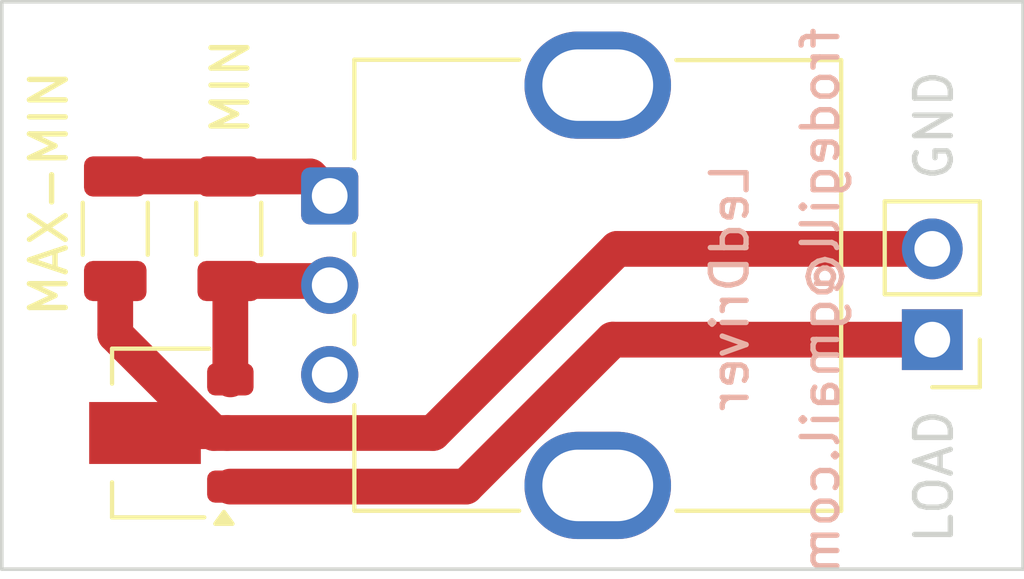
<source format=kicad_pcb>
(kicad_pcb (version 20240108) (generator "pcbnew") (generator_version "8.0")
  (layers (0 "F.Cu" signal) (31 "B.Cu" signal) (34 "B.Paste" user) (35 "F.Paste" user) (36 "B.SilkS" user "B.Silkscreen") (37 "F.SilkS" user "F.Silkscreen") (38 "B.Mask" user) (39 "F.Mask" user) (44 "Edge.Cuts" user))
  (net 0 "")
  (net 1 "Net-(J1-Pin_1)")
  (net 2 "Net-(R1-Pad2)")
  (net 3 "Net-(U1-S)")
  (net 5 "Net-(J1-Pin_2)")
  (footprint "Resistor_SMD:R_1206_3216Metric" (layer "F.Cu") (at 86.36 140.97 -90)
    (property "Reference" "R2" (hide yes))
    (property "Value" "MIN" (hide yes))
    (fp_line (start -0.727064 0.91) (end 0.727064 0.91) (stroke (width 0.12)) (layer "F.SilkS"))
    (fp_line (start -0.727064 -0.91) (end 0.727064 -0.91) (stroke (width 0.12)) (layer "F.SilkS"))
    (pad "1" smd roundrect (at -1.4625 0 270) (size 1.125 1.75) (layers "F.Cu" "F.Paste" "F.Mask") (roundrect_rratio 0.222222) (net 2 "Net-(R1-Pad2)"))
    (pad "2" smd roundrect (at 1.4625 0 270) (size 1.125 1.75) (layers "F.Cu" "F.Paste" "F.Mask") (roundrect_rratio 0.222222) (net 3 "Net-(U1-S)"))
  )
  (footprint "Connector_PinHeader_2.54mm:PinHeader_1x02_P2.54mm_Vertical" (layer "F.Cu") (at 106.045 144.0738 180)
    (property "Reference" "J1" (hide yes))
    (property "Value" "Conn_01x02_Pin" (hide yes))
    (fp_line (start 1.33 1.27) (end 1.33 3.87) (stroke (width 0.12)) (layer "F.SilkS"))
    (fp_line (start -1.33 3.87) (end 1.33 3.87) (stroke (width 0.12)) (layer "F.SilkS"))
    (fp_line (start -1.33 1.27) (end 1.33 1.27) (stroke (width 0.12)) (layer "F.SilkS"))
    (fp_line (start -1.33 1.27) (end -1.33 3.87) (stroke (width 0.12)) (layer "F.SilkS"))
    (fp_line (start -1.33 0) (end -1.33 -1.33) (stroke (width 0.12)) (layer "F.SilkS"))
    (fp_line (start -1.33 -1.33) (end 0 -1.33) (stroke (width 0.12)) (layer "F.SilkS"))
    (pad "1" thru_hole rect (at 0 0 180) (size 1.7 1.7) (drill 1) (layers "*.Cu" "*.Mask") (net 1 "Net-(J1-Pin_1)"))
    (pad "2" thru_hole oval (at 0 2.54 180) (size 1.7 1.7) (drill 1) (layers "*.Cu" "*.Mask") (net 5 "Net-(J1-Pin_2)"))
  )
  (footprint "Rotary_Encoder:RotaryEncoder_Bourns_Vertical_PEC12R-3x17F-Nxxxx" (layer "F.Cu") (at 89.185 140.052)
    (property "Reference" "SW1" (hide yes))
    (property "Value" "RotaryEncoder, 2K" (hide yes))
    (fp_line (start 0.69 -3.81) (end 5.3 -3.81) (stroke (width 0.12)) (layer "F.SilkS"))
    (fp_line (start 0.69 -1.05) (end 0.69 -3.81) (stroke (width 0.12)) (layer "F.SilkS"))
    (fp_line (start 0.69 1.05) (end 0.69 1.65) (stroke (width 0.12)) (layer "F.SilkS"))
    (fp_line (start 0.69 3.35) (end 0.69 4.15) (stroke (width 0.12)) (layer "F.SilkS"))
    (fp_line (start 0.69 5.85) (end 0.69 8.81) (stroke (width 0.12)) (layer "F.SilkS"))
    (fp_line (start 5.3 8.81) (end 0.69 8.81) (stroke (width 0.12)) (layer "F.SilkS"))
    (fp_line (start 9.7 -3.8) (end 14.31 -3.8) (stroke (width 0.12)) (layer "F.SilkS"))
    (fp_line (start 14.31 -3.8) (end 14.31 8.81) (stroke (width 0.12)) (layer "F.SilkS"))
    (fp_line (start 14.31 8.81) (end 9.7 8.81) (stroke (width 0.12)) (layer "F.SilkS"))
    (pad "A" thru_hole roundrect (at 0 0) (size 1.6 1.6) (drill 1) (layers "*.Cu" "*.Mask") (roundrect_rratio 0.15625) (net 2 "Net-(R1-Pad2)"))
    (pad "B" thru_hole circle (at 0 5) (size 1.6 1.6) (drill 1) (layers "*.Cu" "*.Mask"))
    (pad "C" thru_hole circle (at 0 2.5) (size 1.6 1.6) (drill 1) (layers "*.Cu" "*.Mask") (net 3 "Net-(U1-S)"))
    (pad "SH" thru_hole oval (at 7.5 -3.1) (size 4.1 3) (drill oval 3.1 2) (layers "*.Cu" "*.Mask"))
    (pad "SH" thru_hole oval (at 7.5 8.1) (size 4.1 3) (drill oval 3.1 2) (layers "*.Cu" "*.Mask"))
  )
  (footprint "Resistor_SMD:R_1206_3216Metric" (layer "F.Cu") (at 83.185 140.97 90)
    (property "Reference" "R1" (hide yes))
    (property "Value" "(MAX-MIN)" (hide yes))
    (fp_line (start -0.727064 -0.91) (end 0.727064 -0.91) (stroke (width 0.12)) (layer "F.SilkS"))
    (fp_line (start -0.727064 0.91) (end 0.727064 0.91) (stroke (width 0.12)) (layer "F.SilkS"))
    (pad "1" smd roundrect (at -1.4625 0 90) (size 1.125 1.75) (layers "F.Cu" "F.Paste" "F.Mask") (roundrect_rratio 0.222222) (net 5 "Net-(J1-Pin_2)"))
    (pad "2" smd roundrect (at 1.4625 0 90) (size 1.125 1.75) (layers "F.Cu" "F.Paste" "F.Mask") (roundrect_rratio 0.222222) (net 2 "Net-(R1-Pad2)"))
  )
  (footprint "Package_TO_SOT_SMD:SOT-89-3" (layer "F.Cu") (at 84.455 146.685 180)
    (property "Reference" "U1" (hide yes))
    (property "Value" "~" (hide yes))
    (fp_line (start 1.36 2.36) (end -1.36 2.36) (stroke (width 0.12)) (layer "F.SilkS"))
    (fp_line (start 1.36 1.38) (end 1.36 2.36) (stroke (width 0.12)) (layer "F.SilkS"))
    (fp_line (start 1.36 -1.38) (end 1.36 -2.36) (stroke (width 0.12)) (layer "F.SilkS"))
    (fp_line (start -1.22 -2.36) (end 1.36 -2.36) (stroke (width 0.12)) (layer "F.SilkS"))
    (fp_poly (pts (xy -1.77 -2.21) (xy -2.01 -2.54) (xy -1.53 -2.54) (xy -1.77 -2.21)) (stroke (width 0.12)) (fill solid) (layer "F.SilkS"))
    (pad "1" smd roundrect (at -1.95 -1.5 180) (size 1.3 0.9) (layers "F.Cu" "F.Paste" "F.Mask") (net 1 "Net-(J1-Pin_1)"))
    (pad "2" smd custom (at -1.8625 0 180) (size 1.475 0.9) (layers "F.Cu" "F.Paste" "F.Mask") (net 5 "Net-(J1-Pin_2)") (options (clearance outline) (anchor rect)) (primitives (gr_poly (pts (xy 3.8625 0.8665) (xy 0.7375 0.8665) (xy 0.7375 -0.8665) (xy 3.8625 -0.8665)) (width 0) (fill yes))))
    (pad "3" smd roundrect (at -1.95 1.5 180) (size 1.3 0.9) (layers "F.Cu" "F.Paste" "F.Mask") (net 3 "Net-(U1-S)"))
  )
  (gr_line (start 108.585 150.495) (end 108.585 134.62) (stroke (width 0.1)) (layer "Edge.Cuts"))
  (gr_line (start 80.01 134.62) (end 80.01 150.495) (stroke (width 0.1)) (layer "Edge.Cuts"))
  (gr_line (start 80.01 150.495) (end 108.585 150.495) (stroke (width 0.1)) (layer "Edge.Cuts"))
  (gr_line (start 108.585 134.62) (end 80.01 134.62) (stroke (width 0.1)) (layer "Edge.Cuts"))
  (gr_text "LedDriver" (at 100.965 139.065 90) (layer "B.SilkS") (effects (font (size 1 1)) (justify left bottom mirror)))
  (gr_text "frodegill@gmail.com" (at 103.505 135.255 90) (layer "B.SilkS") (effects (font (size 1 1)) (justify left bottom mirror)))
  (gr_text "MAX-MIN" (at 81.915 143.51 90) (layer "F.SilkS") (effects (font (size 1 1)) (justify left bottom)))
  (gr_text "MIN" (at 86.995 138.43 90) (layer "F.SilkS") (effects (font (size 1 1)) (justify left bottom)))
  (gr_text "GND" (at 106.68 139.7 90) (layer "Edge.Cuts") (effects (font (size 1 1)) (justify left bottom)))
  (gr_text "LOAD" (at 106.68 149.86 90) (layer "Edge.Cuts") (effects (font (size 1 1)) (justify left bottom)))
  (segment (start 97.10193 144.0738) (end 92.99073 148.185) (width 1) (layer "F.Cu") (net 1))
  (segment (start 106.045 144.0738) (end 97.10193 144.0738) (width 1) (layer "F.Cu") (net 1))
  (segment (start 92.99073 148.185) (end 86.405 148.185) (width 1) (layer "F.Cu") (net 1))
  (segment (start 86.36 139.5075) (end 88.6405 139.5075) (width 1) (layer "F.Cu") (net 2))
  (segment (start 88.6405 139.5075) (end 89.185 140.052) (width 1) (layer "F.Cu") (net 2))
  (segment (start 83.185 139.5075) (end 86.36 139.5075) (width 1) (layer "F.Cu") (net 2))
  (segment (start 86.405 145.185) (end 86.405 142.4775) (width 1) (layer "F.Cu") (net 3))
  (segment (start 89.0655 142.4325) (end 89.185 142.552) (width 1) (layer "F.Cu") (net 3))
  (segment (start 86.405 142.4775) (end 86.36 142.4325) (width 1) (layer "F.Cu") (net 3))
  (segment (start 86.36 142.4325) (end 89.0655 142.4325) (width 1) (layer "F.Cu") (net 3))
  (segment (start 83.185 143.929382) (end 85.940618 146.685) (width 1) (layer "F.Cu") (net 5))
  (segment (start 106.045 141.5338) (end 97.2262 141.5338) (width 1) (layer "F.Cu") (net 5))
  (segment (start 97.2262 141.5338) (end 92.075 146.685) (width 1) (layer "F.Cu") (net 5))
  (segment (start 83.185 142.4325) (end 83.185 143.929382) (width 1) (layer "F.Cu") (net 5))
  (segment (start 92.075 146.685) (end 86.3175 146.685) (width 1) (layer "F.Cu") (net 5))
  (segment (start 85.940618 146.685) (end 86.3175 146.685) (width 1) (layer "F.Cu") (net 5))
)
</source>
